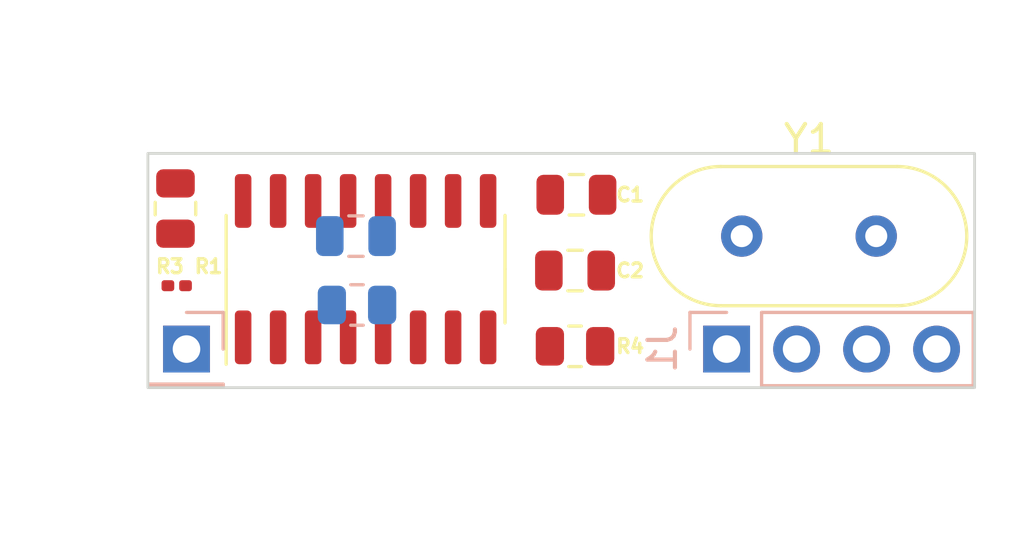
<source format=kicad_pcb>
(kicad_pcb (version 20211014) (generator pcbnew)
  (layers (0 "F.Cu" signal) (31 "B.Cu" signal) (34 "B.Paste" user) (35 "F.Paste" user) (36 "B.SilkS" user "B.Silkscreen") (37 "F.SilkS" user "F.Silkscreen") (38 "B.Mask" user) (39 "F.Mask" user) (44 "Edge.Cuts" user))
  (net 0 "")
  (footprint "Resistor_SMD:R_0805_2012Metric" (layer "F.Cu") (at 151 62)
    (fp_text reference "R4" (at 2 0) (layer "F.SilkS") (effects (font (size 0.5 0.5) (thickness 0.125))))
    (fp_text value "333R")
    (fp_line (start -0.227064 0.735) (end 0.227064 0.735) (layer "F.SilkS") (width 0.12))
    (fp_line (start -0.227064 -0.735) (end 0.227064 -0.735) (layer "F.SilkS") (width 0.12))
    (pad "1" smd roundrect (at -0.9125 0) (size 1.025 1.4) (layers "F.Cu" "F.Paste" "F.Mask") (roundrect_rratio 0.243902))
    (pad "2" smd roundrect (at 0.9125 0) (size 1.025 1.4) (layers "F.Cu" "F.Paste" "F.Mask") (roundrect_rratio 0.243902))
  )
  (footprint "Resistor_SMD:R_0201_0603Metric" (layer "F.Cu") (at 136.545 59.8 180)
    (fp_text reference "R1" (at -1.155 0.7) (layer "F.SilkS") (effects (font (size 0.5 0.5) (thickness 0.125))))
    (fp_text value "400R")
    (pad "1" smd roundrect (at -0.32 0 180) (size 0.46 0.4) (layers "F.Cu" "F.Mask"))
    (pad "2" smd roundrect (at 0.32 0 180) (size 0.46 0.4) (layers "F.Cu" "F.Mask"))
  )
  (footprint "Package_SO:SOIC-16_3.9x9.9mm_P1.27mm" (layer "F.Cu") (at 143.4 59.2 90)
    (fp_text reference "U1" hide)
    (fp_text value "EFM8BB10F8G-A-SOIC16")
    (fp_line (start 0 -5.06) (end -3.45 -5.06) (layer "F.SilkS") (width 0.12))
    (fp_line (start 0 -5.06) (end 1.95 -5.06) (layer "F.SilkS") (width 0.12))
    (fp_line (start 0 5.06) (end -1.95 5.06) (layer "F.SilkS") (width 0.12))
    (fp_line (start 0 5.06) (end 1.95 5.06) (layer "F.SilkS") (width 0.12))
    (pad "1" smd roundrect (at -2.475 -4.445 90) (size 1.95 0.6) (layers "F.Cu" "F.Paste" "F.Mask"))
    (pad "2" smd roundrect (at -2.475 -3.175 90) (size 1.95 0.6) (layers "F.Cu" "F.Paste" "F.Mask"))
    (pad "3" smd roundrect (at -2.475 -1.905 90) (size 1.95 0.6) (layers "F.Cu" "F.Paste" "F.Mask"))
    (pad "4" smd roundrect (at -2.475 -0.635 90) (size 1.95 0.6) (layers "F.Cu" "F.Paste" "F.Mask"))
    (pad "5" smd roundrect (at -2.475 0.635 90) (size 1.95 0.6) (layers "F.Cu" "F.Paste" "F.Mask"))
    (pad "6" smd roundrect (at -2.475 1.905 90) (size 1.95 0.6) (layers "F.Cu" "F.Paste" "F.Mask"))
    (pad "7" smd roundrect (at -2.475 3.175 90) (size 1.95 0.6) (layers "F.Cu" "F.Paste" "F.Mask"))
    (pad "8" smd roundrect (at -2.475 4.445 90) (size 1.95 0.6) (layers "F.Cu" "F.Paste" "F.Mask"))
    (pad "9" smd roundrect (at 2.475 4.445 90) (size 1.95 0.6) (layers "F.Cu" "F.Paste" "F.Mask"))
    (pad "10" smd roundrect (at 2.475 3.175 90) (size 1.95 0.6) (layers "F.Cu" "F.Paste" "F.Mask"))
    (pad "11" smd roundrect (at 2.475 1.905 90) (size 1.95 0.6) (layers "F.Cu" "F.Paste" "F.Mask"))
    (pad "12" smd roundrect (at 2.475 0.635 90) (size 1.95 0.6) (layers "F.Cu" "F.Paste" "F.Mask"))
    (pad "13" smd roundrect (at 2.475 -0.635 90) (size 1.95 0.6) (layers "F.Cu" "F.Paste" "F.Mask"))
    (pad "14" smd roundrect (at 2.475 -1.905 90) (size 1.95 0.6) (layers "F.Cu" "F.Paste" "F.Mask"))
    (pad "15" smd roundrect (at 2.475 -3.175 90) (size 1.95 0.6) (layers "F.Cu" "F.Paste" "F.Mask"))
    (pad "16" smd roundrect (at 2.475 -4.445 90) (size 1.95 0.6) (layers "F.Cu" "F.Paste" "F.Mask"))
  )
  (footprint "Resistor_SMD:R_0805_2012Metric" (layer "F.Cu") (at 136.5 57 90)
    (fp_text reference "R3" (at -2.1 -0.2 180) (layer "F.SilkS") (effects (font (size 0.5 0.5) (thickness 0.125))))
    (fp_text value "878R")
    (fp_line (start -0.227064 0.735) (end 0.227064 0.735) (layer "F.SilkS") (width 0.12))
    (fp_line (start -0.227064 -0.735) (end 0.227064 -0.735) (layer "F.SilkS") (width 0.12))
    (pad "1" smd roundrect (at -0.9125 0 90) (size 1.025 1.4) (layers "F.Cu" "F.Paste" "F.Mask") (roundrect_rratio 0.243902))
    (pad "2" smd roundrect (at 0.9125 0 90) (size 1.025 1.4) (layers "F.Cu" "F.Paste" "F.Mask") (roundrect_rratio 0.243902))
  )
  (footprint "Crystal:Crystal_HC49-4H_Vertical" (layer "F.Cu") (at 157.05 58)
    (fp_text reference "Y1" (at 2.44 -3.525) (layer "F.SilkS"))
    (fp_text value "Crystal")
    (fp_line (start -0.76 2.525) (end 5.64 2.525) (layer "F.SilkS") (width 0.12))
    (fp_line (start -0.76 -2.525) (end 5.64 -2.525) (layer "F.SilkS") (width 0.12))
    (fp_arc (start -0.76 2.525) (mid -3.285 0) (end -0.76 -2.525) (layer "F.SilkS") (width 0.12))
    (fp_arc (start 5.64 -2.525) (mid 8.165 0) (end 5.64 2.525) (layer "F.SilkS") (width 0.12))
    (pad "1" thru_hole circle (at 0 0) (size 1.5 1.5) (drill 0.8) (layers *.Cu *.Mask))
    (pad "2" thru_hole circle (at 4.88 0) (size 1.5 1.5) (drill 0.8) (layers *.Cu *.Mask))
  )
  (footprint "Capacitor_SMD:C_0805_2012Metric" (layer "F.Cu") (at 151 59.25)
    (fp_text reference "C2" (at 2 0) (layer "F.SilkS") (effects (font (size 0.5 0.5) (thickness 0.125))))
    (fp_text value "10uF")
    (fp_line (start -0.261252 -0.735) (end 0.261252 -0.735) (layer "F.SilkS") (width 0.12))
    (fp_line (start -0.261252 0.735) (end 0.261252 0.735) (layer "F.SilkS") (width 0.12))
    (pad "1" smd roundrect (at -0.95 0) (size 1 1.45) (layers "F.Cu" "F.Paste" "F.Mask"))
    (pad "2" smd roundrect (at 0.95 0) (size 1 1.45) (layers "F.Cu" "F.Paste" "F.Mask"))
  )
  (footprint "Capacitor_SMD:C_0805_2012Metric" (layer "F.Cu") (at 151.05 56.5)
    (fp_text reference "C1" (at 1.95 0) (layer "F.SilkS") (effects (font (size 0.5 0.5) (thickness 0.125))))
    (fp_text value "100nF")
    (fp_line (start -0.261252 -0.735) (end 0.261252 -0.735) (layer "F.SilkS") (width 0.12))
    (fp_line (start -0.261252 0.735) (end 0.261252 0.735) (layer "F.SilkS") (width 0.12))
    (pad "1" smd roundrect (at -0.95 0) (size 1 1.45) (layers "F.Cu" "F.Paste" "F.Mask"))
    (pad "2" smd roundrect (at 0.95 0) (size 1 1.45) (layers "F.Cu" "F.Paste" "F.Mask"))
  )
  (footprint "Connector_PinHeader_2.54mm:PinHeader_1x04_P2.54mm_Vertical" (layer "B.Cu") (at 156.5 62.1 -90)
    (fp_text reference "J1" (at 0 2.33 90) (layer "B.SilkS") (effects (justify mirror)))
    (fp_text value "Conn_01x04_Male")
    (fp_line (start -1.33 -1.27) (end 1.33 -1.27) (layer "B.SilkS") (width 0.12))
    (fp_line (start -1.33 0) (end -1.33 1.33) (layer "B.SilkS") (width 0.12))
    (fp_line (start -1.33 -1.27) (end -1.33 -8.95) (layer "B.SilkS") (width 0.12))
    (fp_line (start 1.33 -1.27) (end 1.33 -8.95) (layer "B.SilkS") (width 0.12))
    (fp_line (start -1.33 1.33) (end 0 1.33) (layer "B.SilkS") (width 0.12))
    (fp_line (start -1.33 -8.95) (end 1.33 -8.95) (layer "B.SilkS") (width 0.12))
    (pad "1" thru_hole rect (at 0 0 270) (size 1.7 1.7) (drill 1) (layers *.Cu *.Mask))
    (pad "2" thru_hole oval (at 0 -2.54 270) (size 1.7 1.7) (drill 1) (layers *.Cu *.Mask))
    (pad "3" thru_hole oval (at 0 -5.08 270) (size 1.7 1.7) (drill 1) (layers *.Cu *.Mask))
    (pad "4" thru_hole oval (at 0 -7.62 270) (size 1.7 1.7) (drill 1) (layers *.Cu *.Mask))
  )
  (footprint "Connector_PinHeader_2.54mm:PinHeader_1x01_P2.54mm_Vertical" (layer "B.Cu") (at 136.9 62.1 180)
    (fp_text reference "J2" hide)
    (fp_text value "Conn_01x01_Male")
    (fp_line (start 1.33 -1.27) (end 1.33 -1.33) (layer "B.SilkS") (width 0.12))
    (fp_line (start -1.33 -1.27) (end 1.33 -1.27) (layer "B.SilkS") (width 0.12))
    (fp_line (start -1.33 1.33) (end 0 1.33) (layer "B.SilkS") (width 0.12))
    (fp_line (start -1.33 -1.27) (end -1.33 -1.33) (layer "B.SilkS") (width 0.12))
    (fp_line (start -1.33 -1.33) (end 1.33 -1.33) (layer "B.SilkS") (width 0.12))
    (fp_line (start -1.33 0) (end -1.33 1.33) (layer "B.SilkS") (width 0.12))
    (pad "1" thru_hole rect (at 0 0 180) (size 1.7 1.7) (drill 1) (layers *.Cu *.Mask))
  )
  (footprint "Resistor_SMD:R_0805_2012Metric" (layer "B.Cu") (at 143.0875 60.5 180)
    (fp_text reference "R2" hide)
    (fp_text value "288R")
    (fp_line (start -0.227064 0.735) (end 0.227064 0.735) (layer "B.SilkS") (width 0.12))
    (fp_line (start -0.227064 -0.735) (end 0.227064 -0.735) (layer "B.SilkS") (width 0.12))
    (pad "1" smd roundrect (at -0.9125 0 180) (size 1.025 1.4) (layers "B.Cu" "B.Paste" "B.Mask") (roundrect_rratio 0.243902))
    (pad "2" smd roundrect (at 0.9125 0 180) (size 1.025 1.4) (layers "B.Cu" "B.Paste" "B.Mask") (roundrect_rratio 0.243902))
  )
  (footprint "Capacitor_SMD:C_0805_2012Metric" (layer "B.Cu") (at 143.05 58 180)
    (fp_text reference "C3" hide)
    (fp_text value "100nF")
    (fp_line (start -0.261252 0.735) (end 0.261252 0.735) (layer "B.SilkS") (width 0.12))
    (fp_line (start -0.261252 -0.735) (end 0.261252 -0.735) (layer "B.SilkS") (width 0.12))
    (pad "1" smd roundrect (at -0.95 0 180) (size 1 1.45) (layers "B.Cu" "B.Paste" "B.Mask"))
    (pad "2" smd roundrect (at 0.95 0 180) (size 1 1.45) (layers "B.Cu" "B.Paste" "B.Mask"))
  )
  (gr_rect (start 135.5 55) (end 165.5 63.5) (layer "Edge.Cuts") (width 0.1) (fill none))
)
</source>
